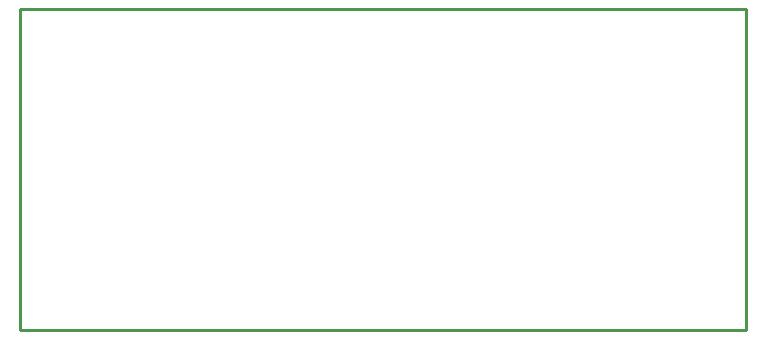
<source format=gbp>
G04*
G04 #@! TF.GenerationSoftware,Altium Limited,Altium Designer,18.1.11 (251)*
G04*
G04 Layer_Color=128*
%FSLAX25Y25*%
%MOIN*%
G70*
G01*
G75*
%ADD10C,0.01000*%
D10*
X174000Y379000D02*
X416000D01*
Y272000D02*
Y379000D01*
X174000Y272000D02*
X416000D01*
X174000D02*
Y379000D01*
M02*

</source>
